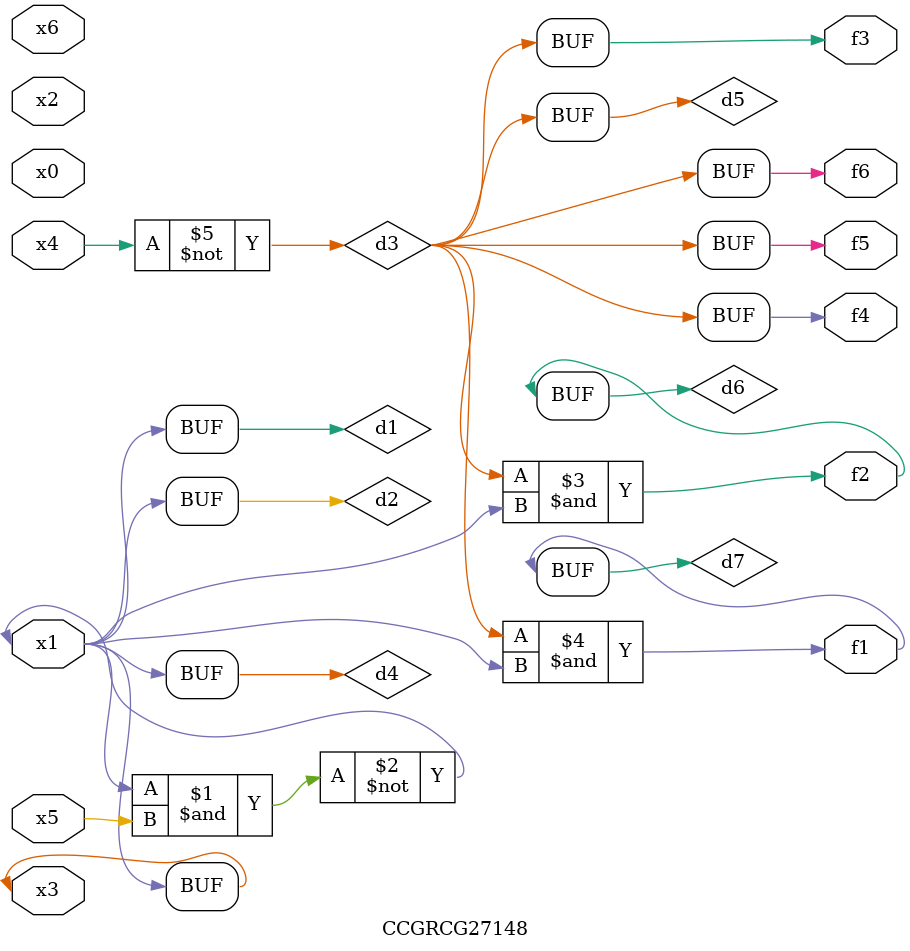
<source format=v>
module CCGRCG27148(
	input x0, x1, x2, x3, x4, x5, x6,
	output f1, f2, f3, f4, f5, f6
);

	wire d1, d2, d3, d4, d5, d6, d7;

	buf (d1, x1, x3);
	nand (d2, x1, x5);
	not (d3, x4);
	buf (d4, d1, d2);
	buf (d5, d3);
	and (d6, d3, d4);
	and (d7, d3, d4);
	assign f1 = d7;
	assign f2 = d6;
	assign f3 = d5;
	assign f4 = d5;
	assign f5 = d5;
	assign f6 = d5;
endmodule

</source>
